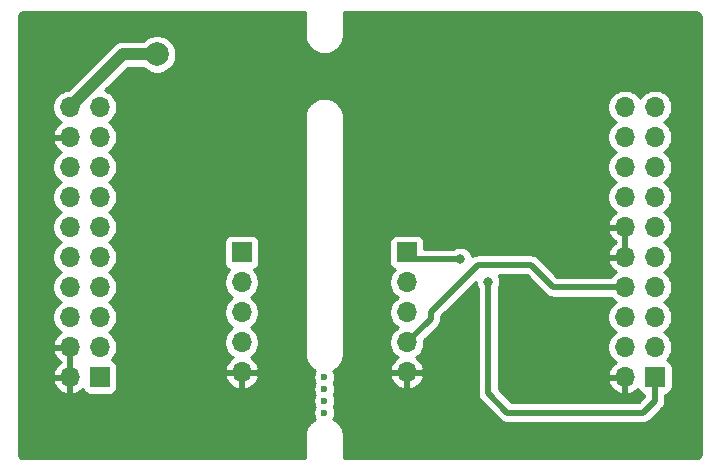
<source format=gbr>
%TF.GenerationSoftware,KiCad,Pcbnew,(5.1.7)-1*%
%TF.CreationDate,2020-11-01T18:22:08+02:00*%
%TF.ProjectId,Piirilevy_dsp,50696972-696c-4657-9679-5f6473702e6b,rev?*%
%TF.SameCoordinates,Original*%
%TF.FileFunction,Copper,L2,Bot*%
%TF.FilePolarity,Positive*%
%FSLAX46Y46*%
G04 Gerber Fmt 4.6, Leading zero omitted, Abs format (unit mm)*
G04 Created by KiCad (PCBNEW (5.1.7)-1) date 2020-11-01 18:22:08*
%MOMM*%
%LPD*%
G01*
G04 APERTURE LIST*
%TA.AperFunction,ComponentPad*%
%ADD10C,2.000000*%
%TD*%
%TA.AperFunction,ComponentPad*%
%ADD11O,1.700000X1.700000*%
%TD*%
%TA.AperFunction,ComponentPad*%
%ADD12R,1.700000X1.700000*%
%TD*%
%TA.AperFunction,ViaPad*%
%ADD13C,0.600000*%
%TD*%
%TA.AperFunction,ViaPad*%
%ADD14C,0.800000*%
%TD*%
%TA.AperFunction,Conductor*%
%ADD15C,0.500000*%
%TD*%
%TA.AperFunction,Conductor*%
%ADD16C,1.000000*%
%TD*%
%TA.AperFunction,Conductor*%
%ADD17C,0.254000*%
%TD*%
%TA.AperFunction,Conductor*%
%ADD18C,0.100000*%
%TD*%
G04 APERTURE END LIST*
D10*
%TO.P,TP1,1*%
%TO.N,+3V3*%
X132842000Y-74676000D03*
%TD*%
D11*
%TO.P,J4,5*%
%TO.N,GND*%
X154000000Y-101600000D03*
%TO.P,J4,4*%
%TO.N,SCL*%
X154000000Y-99060000D03*
%TO.P,J4,3*%
%TO.N,SDA*%
X154000000Y-96520000D03*
%TO.P,J4,2*%
%TO.N,RESET*%
X154000000Y-93980000D03*
D12*
%TO.P,J4,1*%
%TO.N,WP*%
X154000000Y-91440000D03*
%TD*%
D11*
%TO.P,J3,5*%
%TO.N,GND*%
X140000000Y-101600000D03*
%TO.P,J3,4*%
%TO.N,SCL*%
X140000000Y-99060000D03*
%TO.P,J3,3*%
%TO.N,SDA*%
X140000000Y-96520000D03*
%TO.P,J3,2*%
%TO.N,RESET*%
X140000000Y-93980000D03*
D12*
%TO.P,J3,1*%
%TO.N,WP*%
X140000000Y-91440000D03*
%TD*%
D11*
%TO.P,J2,20*%
%TO.N,Net-(J2-Pad20)*%
X172460000Y-79140000D03*
%TO.P,J2,19*%
%TO.N,Net-(J2-Pad19)*%
X175000000Y-79140000D03*
%TO.P,J2,18*%
%TO.N,Net-(J2-Pad18)*%
X172460000Y-81680000D03*
%TO.P,J2,17*%
%TO.N,Net-(J2-Pad17)*%
X175000000Y-81680000D03*
%TO.P,J2,16*%
%TO.N,Net-(J2-Pad16)*%
X172460000Y-84220000D03*
%TO.P,J2,15*%
%TO.N,Net-(J2-Pad15)*%
X175000000Y-84220000D03*
%TO.P,J2,14*%
%TO.N,Net-(J2-Pad14)*%
X172460000Y-86760000D03*
%TO.P,J2,13*%
%TO.N,Net-(J2-Pad13)*%
X175000000Y-86760000D03*
%TO.P,J2,12*%
%TO.N,GND*%
X172460000Y-89300000D03*
%TO.P,J2,11*%
%TO.N,Net-(J2-Pad11)*%
X175000000Y-89300000D03*
%TO.P,J2,10*%
%TO.N,GND*%
X172460000Y-91840000D03*
%TO.P,J2,9*%
%TO.N,Net-(J2-Pad9)*%
X175000000Y-91840000D03*
%TO.P,J2,8*%
%TO.N,SCL*%
X172460000Y-94380000D03*
%TO.P,J2,7*%
%TO.N,SDA*%
X175000000Y-94380000D03*
%TO.P,J2,6*%
%TO.N,Net-(J2-Pad6)*%
X172460000Y-96920000D03*
%TO.P,J2,5*%
%TO.N,Net-(J2-Pad5)*%
X175000000Y-96920000D03*
%TO.P,J2,4*%
%TO.N,Net-(J2-Pad4)*%
X172460000Y-99460000D03*
%TO.P,J2,3*%
%TO.N,Net-(J2-Pad3)*%
X175000000Y-99460000D03*
%TO.P,J2,2*%
%TO.N,GND*%
X172460000Y-102000000D03*
D12*
%TO.P,J2,1*%
%TO.N,+3.3VA*%
X175000000Y-102000000D03*
%TD*%
D11*
%TO.P,J1,20*%
%TO.N,+3V3*%
X125460000Y-79140000D03*
%TO.P,J1,19*%
%TO.N,Net-(J1-Pad19)*%
X128000000Y-79140000D03*
%TO.P,J1,18*%
%TO.N,GND*%
X125460000Y-81680000D03*
%TO.P,J1,17*%
%TO.N,Net-(J1-Pad17)*%
X128000000Y-81680000D03*
%TO.P,J1,16*%
%TO.N,Net-(J1-Pad16)*%
X125460000Y-84220000D03*
%TO.P,J1,15*%
%TO.N,Net-(J1-Pad15)*%
X128000000Y-84220000D03*
%TO.P,J1,14*%
%TO.N,Net-(J1-Pad14)*%
X125460000Y-86760000D03*
%TO.P,J1,13*%
%TO.N,Net-(J1-Pad13)*%
X128000000Y-86760000D03*
%TO.P,J1,12*%
%TO.N,Net-(J1-Pad12)*%
X125460000Y-89300000D03*
%TO.P,J1,11*%
%TO.N,Net-(J1-Pad11)*%
X128000000Y-89300000D03*
%TO.P,J1,10*%
%TO.N,Net-(J1-Pad10)*%
X125460000Y-91840000D03*
%TO.P,J1,9*%
%TO.N,RESET*%
X128000000Y-91840000D03*
%TO.P,J1,8*%
%TO.N,WP*%
X125460000Y-94380000D03*
%TO.P,J1,7*%
%TO.N,SDA*%
X128000000Y-94380000D03*
%TO.P,J1,6*%
%TO.N,Net-(J1-Pad6)*%
X125460000Y-96920000D03*
%TO.P,J1,5*%
%TO.N,SCL*%
X128000000Y-96920000D03*
%TO.P,J1,4*%
%TO.N,GND*%
X125460000Y-99460000D03*
%TO.P,J1,3*%
%TO.N,Net-(J1-Pad3)*%
X128000000Y-99460000D03*
%TO.P,J1,2*%
%TO.N,GND*%
X125460000Y-102000000D03*
D12*
%TO.P,J1,1*%
%TO.N,Net-(J1-Pad1)*%
X128000000Y-102000000D03*
%TD*%
D13*
%TO.N,SDA*%
X147000000Y-104000000D03*
%TO.N,SCL*%
X147000000Y-105000000D03*
%TO.N,RESET*%
X147000000Y-103000000D03*
%TO.N,WP*%
X147000000Y-102000000D03*
%TO.N,GND*%
X147000000Y-75000000D03*
X147000000Y-77000000D03*
X147000000Y-76000000D03*
X147000000Y-78000000D03*
D14*
X167000000Y-89500000D03*
X170000000Y-95631000D03*
%TO.N,WP*%
X158500000Y-92000000D03*
%TO.N,+3.3VA*%
X160878692Y-93919226D03*
%TD*%
D15*
%TO.N,SCL*%
X156000000Y-97060000D02*
X154000000Y-99060000D01*
X156000000Y-96500000D02*
X156000000Y-97060000D01*
X160000000Y-92500000D02*
X156000000Y-96500000D01*
X164500000Y-92500000D02*
X160000000Y-92500000D01*
X166380000Y-94380000D02*
X164500000Y-92500000D01*
X172460000Y-94380000D02*
X166380000Y-94380000D01*
%TO.N,WP*%
X154060000Y-91500000D02*
X154000000Y-91440000D01*
X154560000Y-92000000D02*
X154000000Y-91440000D01*
X158500000Y-92000000D02*
X154560000Y-92000000D01*
D16*
%TO.N,+3V3*%
X129924000Y-74676000D02*
X132842000Y-74676000D01*
X125460000Y-79140000D02*
X129924000Y-74676000D01*
D15*
%TO.N,+3.3VA*%
X160878692Y-93919226D02*
X160878692Y-103378692D01*
X160878692Y-103378692D02*
X162500000Y-105000000D01*
X162500000Y-105000000D02*
X174000000Y-105000000D01*
X175000000Y-104000000D02*
X175000000Y-102000000D01*
X174000000Y-105000000D02*
X175000000Y-104000000D01*
%TD*%
D17*
%TO.N,GND*%
X145340001Y-73032419D02*
X145343247Y-73065377D01*
X145343247Y-73078367D01*
X145344210Y-73087532D01*
X145365965Y-73281481D01*
X145378397Y-73339966D01*
X145390022Y-73398676D01*
X145392747Y-73407479D01*
X145451760Y-73593509D01*
X145475338Y-73648519D01*
X145498120Y-73703794D01*
X145502503Y-73711900D01*
X145596525Y-73882925D01*
X145630308Y-73932264D01*
X145663423Y-73982106D01*
X145669297Y-73989206D01*
X145794747Y-74138712D01*
X145837477Y-74180557D01*
X145879638Y-74223013D01*
X145886780Y-74228837D01*
X146038879Y-74351128D01*
X146088941Y-74383887D01*
X146138523Y-74417331D01*
X146146660Y-74421657D01*
X146146663Y-74421659D01*
X146146667Y-74421660D01*
X146319615Y-74512077D01*
X146375053Y-74534475D01*
X146430228Y-74557669D01*
X146439050Y-74560332D01*
X146626275Y-74615435D01*
X146684983Y-74626633D01*
X146743628Y-74638672D01*
X146752799Y-74639570D01*
X146947161Y-74657259D01*
X147006943Y-74656842D01*
X147066801Y-74657260D01*
X147075972Y-74656360D01*
X147270069Y-74635959D01*
X147328658Y-74623932D01*
X147387423Y-74612723D01*
X147396245Y-74610059D01*
X147582683Y-74552347D01*
X147637838Y-74529162D01*
X147693291Y-74506758D01*
X147701427Y-74502432D01*
X147873104Y-74409607D01*
X147922699Y-74376154D01*
X147972753Y-74343400D01*
X147979894Y-74337576D01*
X148130272Y-74213172D01*
X148172411Y-74170737D01*
X148215161Y-74128874D01*
X148221034Y-74121773D01*
X148344384Y-73970531D01*
X148377477Y-73920723D01*
X148411284Y-73871349D01*
X148415667Y-73863243D01*
X148507292Y-73690920D01*
X148530090Y-73635608D01*
X148553652Y-73580634D01*
X148556377Y-73571831D01*
X148612786Y-73384994D01*
X148624405Y-73326314D01*
X148636842Y-73267804D01*
X148637805Y-73258639D01*
X148656850Y-73064406D01*
X148656850Y-73064402D01*
X148660000Y-73032419D01*
X148660000Y-71127000D01*
X178491672Y-71127000D01*
X178596257Y-71140769D01*
X178685955Y-71177923D01*
X178762976Y-71237024D01*
X178822077Y-71314045D01*
X178859231Y-71403743D01*
X178873000Y-71508328D01*
X178873000Y-108491672D01*
X178859231Y-108596257D01*
X178822077Y-108685955D01*
X178762976Y-108762976D01*
X178685955Y-108822077D01*
X178596257Y-108859231D01*
X178491672Y-108873000D01*
X148660000Y-108873000D01*
X148660000Y-106967581D01*
X148656753Y-106934613D01*
X148656753Y-106921633D01*
X148655790Y-106912468D01*
X148634035Y-106718518D01*
X148621600Y-106660019D01*
X148609978Y-106601325D01*
X148607253Y-106592522D01*
X148548240Y-106406491D01*
X148524674Y-106351509D01*
X148501880Y-106296206D01*
X148497497Y-106288100D01*
X148403475Y-106117075D01*
X148369702Y-106067752D01*
X148336577Y-106017894D01*
X148330703Y-106010794D01*
X148205253Y-105861288D01*
X148162523Y-105819443D01*
X148120362Y-105776987D01*
X148113220Y-105771163D01*
X147961120Y-105648872D01*
X147911061Y-105616114D01*
X147861477Y-105582669D01*
X147853340Y-105578343D01*
X147853337Y-105578341D01*
X147853333Y-105578340D01*
X147767918Y-105533685D01*
X147828586Y-105442889D01*
X147899068Y-105272729D01*
X147935000Y-105092089D01*
X147935000Y-104907911D01*
X147899068Y-104727271D01*
X147828586Y-104557111D01*
X147790426Y-104500000D01*
X147828586Y-104442889D01*
X147899068Y-104272729D01*
X147935000Y-104092089D01*
X147935000Y-103907911D01*
X147899068Y-103727271D01*
X147828586Y-103557111D01*
X147790426Y-103500000D01*
X147828586Y-103442889D01*
X147899068Y-103272729D01*
X147935000Y-103092089D01*
X147935000Y-102907911D01*
X147899068Y-102727271D01*
X147828586Y-102557111D01*
X147790426Y-102500000D01*
X147828586Y-102442889D01*
X147899068Y-102272729D01*
X147935000Y-102092089D01*
X147935000Y-101956890D01*
X152558524Y-101956890D01*
X152603175Y-102104099D01*
X152728359Y-102366920D01*
X152902412Y-102600269D01*
X153118645Y-102795178D01*
X153368748Y-102944157D01*
X153643109Y-103041481D01*
X153873000Y-102920814D01*
X153873000Y-101727000D01*
X154127000Y-101727000D01*
X154127000Y-102920814D01*
X154356891Y-103041481D01*
X154631252Y-102944157D01*
X154881355Y-102795178D01*
X155097588Y-102600269D01*
X155271641Y-102366920D01*
X155396825Y-102104099D01*
X155441476Y-101956890D01*
X155320155Y-101727000D01*
X154127000Y-101727000D01*
X153873000Y-101727000D01*
X152679845Y-101727000D01*
X152558524Y-101956890D01*
X147935000Y-101956890D01*
X147935000Y-101907911D01*
X147899068Y-101727271D01*
X147828586Y-101557111D01*
X147767999Y-101466437D01*
X147873104Y-101409607D01*
X147922699Y-101376154D01*
X147972753Y-101343400D01*
X147979894Y-101337576D01*
X148130272Y-101213172D01*
X148172411Y-101170737D01*
X148215161Y-101128874D01*
X148221034Y-101121773D01*
X148344384Y-100970531D01*
X148377477Y-100920723D01*
X148411284Y-100871349D01*
X148415667Y-100863243D01*
X148507292Y-100690920D01*
X148530090Y-100635608D01*
X148553652Y-100580634D01*
X148556377Y-100571831D01*
X148612786Y-100384994D01*
X148624405Y-100326314D01*
X148636842Y-100267804D01*
X148637805Y-100258639D01*
X148656850Y-100064406D01*
X148656850Y-100064402D01*
X148660000Y-100032419D01*
X148660000Y-90590000D01*
X152511928Y-90590000D01*
X152511928Y-92290000D01*
X152524188Y-92414482D01*
X152560498Y-92534180D01*
X152619463Y-92644494D01*
X152698815Y-92741185D01*
X152795506Y-92820537D01*
X152905820Y-92879502D01*
X152978380Y-92901513D01*
X152846525Y-93033368D01*
X152684010Y-93276589D01*
X152572068Y-93546842D01*
X152515000Y-93833740D01*
X152515000Y-94126260D01*
X152572068Y-94413158D01*
X152684010Y-94683411D01*
X152846525Y-94926632D01*
X153053368Y-95133475D01*
X153227760Y-95250000D01*
X153053368Y-95366525D01*
X152846525Y-95573368D01*
X152684010Y-95816589D01*
X152572068Y-96086842D01*
X152515000Y-96373740D01*
X152515000Y-96666260D01*
X152572068Y-96953158D01*
X152684010Y-97223411D01*
X152846525Y-97466632D01*
X153053368Y-97673475D01*
X153227760Y-97790000D01*
X153053368Y-97906525D01*
X152846525Y-98113368D01*
X152684010Y-98356589D01*
X152572068Y-98626842D01*
X152515000Y-98913740D01*
X152515000Y-99206260D01*
X152572068Y-99493158D01*
X152684010Y-99763411D01*
X152846525Y-100006632D01*
X153053368Y-100213475D01*
X153235534Y-100335195D01*
X153118645Y-100404822D01*
X152902412Y-100599731D01*
X152728359Y-100833080D01*
X152603175Y-101095901D01*
X152558524Y-101243110D01*
X152679845Y-101473000D01*
X153873000Y-101473000D01*
X153873000Y-101453000D01*
X154127000Y-101453000D01*
X154127000Y-101473000D01*
X155320155Y-101473000D01*
X155441476Y-101243110D01*
X155396825Y-101095901D01*
X155271641Y-100833080D01*
X155097588Y-100599731D01*
X154881355Y-100404822D01*
X154764466Y-100335195D01*
X154946632Y-100213475D01*
X155153475Y-100006632D01*
X155315990Y-99763411D01*
X155427932Y-99493158D01*
X155485000Y-99206260D01*
X155485000Y-98913740D01*
X155470539Y-98841040D01*
X156595049Y-97716530D01*
X156628817Y-97688817D01*
X156739411Y-97554059D01*
X156821589Y-97400313D01*
X156872195Y-97233490D01*
X156885000Y-97103477D01*
X156885000Y-97103467D01*
X156889281Y-97060001D01*
X156885000Y-97016535D01*
X156885000Y-96866578D01*
X159843692Y-93907887D01*
X159843692Y-94021165D01*
X159883466Y-94221124D01*
X159961487Y-94409482D01*
X159993692Y-94457680D01*
X159993693Y-103335213D01*
X159989411Y-103378692D01*
X160006497Y-103552182D01*
X160057104Y-103719005D01*
X160139282Y-103872751D01*
X160222160Y-103973738D01*
X160222163Y-103973741D01*
X160249876Y-104007509D01*
X160283643Y-104035221D01*
X161843470Y-105595049D01*
X161871183Y-105628817D01*
X161904951Y-105656530D01*
X161904953Y-105656532D01*
X161963960Y-105704958D01*
X162005941Y-105739411D01*
X162159687Y-105821589D01*
X162326510Y-105872195D01*
X162456523Y-105885000D01*
X162456531Y-105885000D01*
X162500000Y-105889281D01*
X162543469Y-105885000D01*
X173956531Y-105885000D01*
X174000000Y-105889281D01*
X174043469Y-105885000D01*
X174043477Y-105885000D01*
X174173490Y-105872195D01*
X174340313Y-105821589D01*
X174494059Y-105739411D01*
X174628817Y-105628817D01*
X174656534Y-105595044D01*
X175595050Y-104656529D01*
X175628817Y-104628817D01*
X175739411Y-104494059D01*
X175805089Y-104371183D01*
X175821589Y-104340314D01*
X175872195Y-104173490D01*
X175872399Y-104171414D01*
X175885000Y-104043477D01*
X175885000Y-104043469D01*
X175889281Y-104000000D01*
X175885000Y-103956531D01*
X175885000Y-103484625D01*
X175974482Y-103475812D01*
X176094180Y-103439502D01*
X176204494Y-103380537D01*
X176301185Y-103301185D01*
X176380537Y-103204494D01*
X176439502Y-103094180D01*
X176475812Y-102974482D01*
X176488072Y-102850000D01*
X176488072Y-101150000D01*
X176475812Y-101025518D01*
X176439502Y-100905820D01*
X176380537Y-100795506D01*
X176301185Y-100698815D01*
X176204494Y-100619463D01*
X176094180Y-100560498D01*
X176021620Y-100538487D01*
X176153475Y-100406632D01*
X176315990Y-100163411D01*
X176427932Y-99893158D01*
X176485000Y-99606260D01*
X176485000Y-99313740D01*
X176427932Y-99026842D01*
X176315990Y-98756589D01*
X176153475Y-98513368D01*
X175946632Y-98306525D01*
X175772240Y-98190000D01*
X175946632Y-98073475D01*
X176153475Y-97866632D01*
X176315990Y-97623411D01*
X176427932Y-97353158D01*
X176485000Y-97066260D01*
X176485000Y-96773740D01*
X176427932Y-96486842D01*
X176315990Y-96216589D01*
X176153475Y-95973368D01*
X175946632Y-95766525D01*
X175772240Y-95650000D01*
X175946632Y-95533475D01*
X176153475Y-95326632D01*
X176315990Y-95083411D01*
X176427932Y-94813158D01*
X176485000Y-94526260D01*
X176485000Y-94233740D01*
X176427932Y-93946842D01*
X176315990Y-93676589D01*
X176153475Y-93433368D01*
X175946632Y-93226525D01*
X175772240Y-93110000D01*
X175946632Y-92993475D01*
X176153475Y-92786632D01*
X176315990Y-92543411D01*
X176427932Y-92273158D01*
X176485000Y-91986260D01*
X176485000Y-91693740D01*
X176427932Y-91406842D01*
X176315990Y-91136589D01*
X176153475Y-90893368D01*
X175946632Y-90686525D01*
X175772240Y-90570000D01*
X175946632Y-90453475D01*
X176153475Y-90246632D01*
X176315990Y-90003411D01*
X176427932Y-89733158D01*
X176485000Y-89446260D01*
X176485000Y-89153740D01*
X176427932Y-88866842D01*
X176315990Y-88596589D01*
X176153475Y-88353368D01*
X175946632Y-88146525D01*
X175772240Y-88030000D01*
X175946632Y-87913475D01*
X176153475Y-87706632D01*
X176315990Y-87463411D01*
X176427932Y-87193158D01*
X176485000Y-86906260D01*
X176485000Y-86613740D01*
X176427932Y-86326842D01*
X176315990Y-86056589D01*
X176153475Y-85813368D01*
X175946632Y-85606525D01*
X175772240Y-85490000D01*
X175946632Y-85373475D01*
X176153475Y-85166632D01*
X176315990Y-84923411D01*
X176427932Y-84653158D01*
X176485000Y-84366260D01*
X176485000Y-84073740D01*
X176427932Y-83786842D01*
X176315990Y-83516589D01*
X176153475Y-83273368D01*
X175946632Y-83066525D01*
X175772240Y-82950000D01*
X175946632Y-82833475D01*
X176153475Y-82626632D01*
X176315990Y-82383411D01*
X176427932Y-82113158D01*
X176485000Y-81826260D01*
X176485000Y-81533740D01*
X176427932Y-81246842D01*
X176315990Y-80976589D01*
X176153475Y-80733368D01*
X175946632Y-80526525D01*
X175772240Y-80410000D01*
X175946632Y-80293475D01*
X176153475Y-80086632D01*
X176315990Y-79843411D01*
X176427932Y-79573158D01*
X176485000Y-79286260D01*
X176485000Y-78993740D01*
X176427932Y-78706842D01*
X176315990Y-78436589D01*
X176153475Y-78193368D01*
X175946632Y-77986525D01*
X175703411Y-77824010D01*
X175433158Y-77712068D01*
X175146260Y-77655000D01*
X174853740Y-77655000D01*
X174566842Y-77712068D01*
X174296589Y-77824010D01*
X174053368Y-77986525D01*
X173846525Y-78193368D01*
X173730000Y-78367760D01*
X173613475Y-78193368D01*
X173406632Y-77986525D01*
X173163411Y-77824010D01*
X172893158Y-77712068D01*
X172606260Y-77655000D01*
X172313740Y-77655000D01*
X172026842Y-77712068D01*
X171756589Y-77824010D01*
X171513368Y-77986525D01*
X171306525Y-78193368D01*
X171144010Y-78436589D01*
X171032068Y-78706842D01*
X170975000Y-78993740D01*
X170975000Y-79286260D01*
X171032068Y-79573158D01*
X171144010Y-79843411D01*
X171306525Y-80086632D01*
X171513368Y-80293475D01*
X171687760Y-80410000D01*
X171513368Y-80526525D01*
X171306525Y-80733368D01*
X171144010Y-80976589D01*
X171032068Y-81246842D01*
X170975000Y-81533740D01*
X170975000Y-81826260D01*
X171032068Y-82113158D01*
X171144010Y-82383411D01*
X171306525Y-82626632D01*
X171513368Y-82833475D01*
X171687760Y-82950000D01*
X171513368Y-83066525D01*
X171306525Y-83273368D01*
X171144010Y-83516589D01*
X171032068Y-83786842D01*
X170975000Y-84073740D01*
X170975000Y-84366260D01*
X171032068Y-84653158D01*
X171144010Y-84923411D01*
X171306525Y-85166632D01*
X171513368Y-85373475D01*
X171687760Y-85490000D01*
X171513368Y-85606525D01*
X171306525Y-85813368D01*
X171144010Y-86056589D01*
X171032068Y-86326842D01*
X170975000Y-86613740D01*
X170975000Y-86906260D01*
X171032068Y-87193158D01*
X171144010Y-87463411D01*
X171306525Y-87706632D01*
X171513368Y-87913475D01*
X171695534Y-88035195D01*
X171578645Y-88104822D01*
X171362412Y-88299731D01*
X171188359Y-88533080D01*
X171063175Y-88795901D01*
X171018524Y-88943110D01*
X171139845Y-89173000D01*
X172333000Y-89173000D01*
X172333000Y-89153000D01*
X172587000Y-89153000D01*
X172587000Y-89173000D01*
X172607000Y-89173000D01*
X172607000Y-89427000D01*
X172587000Y-89427000D01*
X172587000Y-91713000D01*
X172607000Y-91713000D01*
X172607000Y-91967000D01*
X172587000Y-91967000D01*
X172587000Y-91987000D01*
X172333000Y-91987000D01*
X172333000Y-91967000D01*
X171139845Y-91967000D01*
X171018524Y-92196890D01*
X171063175Y-92344099D01*
X171188359Y-92606920D01*
X171362412Y-92840269D01*
X171578645Y-93035178D01*
X171695534Y-93104805D01*
X171513368Y-93226525D01*
X171306525Y-93433368D01*
X171265344Y-93495000D01*
X166746579Y-93495000D01*
X165156534Y-91904956D01*
X165128817Y-91871183D01*
X164994059Y-91760589D01*
X164840313Y-91678411D01*
X164673490Y-91627805D01*
X164543477Y-91615000D01*
X164543469Y-91615000D01*
X164500000Y-91610719D01*
X164456531Y-91615000D01*
X160043465Y-91615000D01*
X159999999Y-91610719D01*
X159956533Y-91615000D01*
X159956523Y-91615000D01*
X159826510Y-91627805D01*
X159659687Y-91678411D01*
X159507491Y-91759761D01*
X159495226Y-91698102D01*
X159417205Y-91509744D01*
X159303937Y-91340226D01*
X159159774Y-91196063D01*
X158990256Y-91082795D01*
X158801898Y-91004774D01*
X158601939Y-90965000D01*
X158398061Y-90965000D01*
X158198102Y-91004774D01*
X158009744Y-91082795D01*
X157961546Y-91115000D01*
X155488072Y-91115000D01*
X155488072Y-90590000D01*
X155475812Y-90465518D01*
X155439502Y-90345820D01*
X155380537Y-90235506D01*
X155301185Y-90138815D01*
X155204494Y-90059463D01*
X155094180Y-90000498D01*
X154974482Y-89964188D01*
X154850000Y-89951928D01*
X153150000Y-89951928D01*
X153025518Y-89964188D01*
X152905820Y-90000498D01*
X152795506Y-90059463D01*
X152698815Y-90138815D01*
X152619463Y-90235506D01*
X152560498Y-90345820D01*
X152524188Y-90465518D01*
X152511928Y-90590000D01*
X148660000Y-90590000D01*
X148660000Y-89656890D01*
X171018524Y-89656890D01*
X171063175Y-89804099D01*
X171188359Y-90066920D01*
X171362412Y-90300269D01*
X171578645Y-90495178D01*
X171704255Y-90570000D01*
X171578645Y-90644822D01*
X171362412Y-90839731D01*
X171188359Y-91073080D01*
X171063175Y-91335901D01*
X171018524Y-91483110D01*
X171139845Y-91713000D01*
X172333000Y-91713000D01*
X172333000Y-89427000D01*
X171139845Y-89427000D01*
X171018524Y-89656890D01*
X148660000Y-89656890D01*
X148660000Y-79967581D01*
X148656753Y-79934613D01*
X148656753Y-79921633D01*
X148655790Y-79912468D01*
X148634035Y-79718518D01*
X148621600Y-79660019D01*
X148609978Y-79601325D01*
X148607253Y-79592522D01*
X148548240Y-79406491D01*
X148524674Y-79351509D01*
X148501880Y-79296206D01*
X148497497Y-79288100D01*
X148403475Y-79117075D01*
X148369702Y-79067752D01*
X148336577Y-79017894D01*
X148330703Y-79010794D01*
X148205253Y-78861288D01*
X148162523Y-78819443D01*
X148120362Y-78776987D01*
X148113220Y-78771163D01*
X147961120Y-78648872D01*
X147911061Y-78616114D01*
X147861477Y-78582669D01*
X147853340Y-78578343D01*
X147853337Y-78578341D01*
X147853333Y-78578340D01*
X147680384Y-78487923D01*
X147624972Y-78465535D01*
X147569772Y-78442331D01*
X147560950Y-78439668D01*
X147373724Y-78384565D01*
X147314986Y-78373360D01*
X147256372Y-78361328D01*
X147247200Y-78360429D01*
X147052839Y-78342741D01*
X146993057Y-78343158D01*
X146933199Y-78342740D01*
X146924028Y-78343640D01*
X146729931Y-78364041D01*
X146671348Y-78376066D01*
X146612577Y-78387277D01*
X146603755Y-78389941D01*
X146417317Y-78447653D01*
X146362162Y-78470838D01*
X146306709Y-78493242D01*
X146298573Y-78497568D01*
X146126896Y-78590393D01*
X146077278Y-78623861D01*
X146027247Y-78656600D01*
X146020106Y-78662424D01*
X145869728Y-78786828D01*
X145827589Y-78829263D01*
X145784839Y-78871126D01*
X145778966Y-78878227D01*
X145655616Y-79029469D01*
X145622534Y-79079262D01*
X145588716Y-79128651D01*
X145584333Y-79136757D01*
X145492708Y-79309079D01*
X145469909Y-79364394D01*
X145446348Y-79419366D01*
X145443623Y-79428169D01*
X145387214Y-79615005D01*
X145375594Y-79673693D01*
X145363158Y-79732196D01*
X145362195Y-79741361D01*
X145343150Y-79935595D01*
X145340000Y-79967582D01*
X145340001Y-100032419D01*
X145343247Y-100065377D01*
X145343247Y-100078367D01*
X145344210Y-100087532D01*
X145365965Y-100281481D01*
X145378397Y-100339966D01*
X145390022Y-100398676D01*
X145392747Y-100407479D01*
X145451760Y-100593509D01*
X145475338Y-100648519D01*
X145498120Y-100703794D01*
X145502503Y-100711900D01*
X145596525Y-100882925D01*
X145630308Y-100932264D01*
X145663423Y-100982106D01*
X145669297Y-100989206D01*
X145794747Y-101138712D01*
X145837477Y-101180557D01*
X145879638Y-101223013D01*
X145886780Y-101228837D01*
X146038879Y-101351128D01*
X146088941Y-101383887D01*
X146138523Y-101417331D01*
X146146660Y-101421657D01*
X146146663Y-101421659D01*
X146146667Y-101421660D01*
X146232082Y-101466315D01*
X146171414Y-101557111D01*
X146100932Y-101727271D01*
X146065000Y-101907911D01*
X146065000Y-102092089D01*
X146100932Y-102272729D01*
X146171414Y-102442889D01*
X146209574Y-102500000D01*
X146171414Y-102557111D01*
X146100932Y-102727271D01*
X146065000Y-102907911D01*
X146065000Y-103092089D01*
X146100932Y-103272729D01*
X146171414Y-103442889D01*
X146209574Y-103500000D01*
X146171414Y-103557111D01*
X146100932Y-103727271D01*
X146065000Y-103907911D01*
X146065000Y-104092089D01*
X146100932Y-104272729D01*
X146171414Y-104442889D01*
X146209574Y-104500000D01*
X146171414Y-104557111D01*
X146100932Y-104727271D01*
X146065000Y-104907911D01*
X146065000Y-105092089D01*
X146100932Y-105272729D01*
X146171414Y-105442889D01*
X146232001Y-105533563D01*
X146126896Y-105590393D01*
X146077278Y-105623861D01*
X146027247Y-105656600D01*
X146020106Y-105662424D01*
X145869728Y-105786828D01*
X145827589Y-105829263D01*
X145784839Y-105871126D01*
X145778966Y-105878227D01*
X145655616Y-106029469D01*
X145622534Y-106079262D01*
X145588716Y-106128651D01*
X145584333Y-106136757D01*
X145492708Y-106309079D01*
X145469909Y-106364394D01*
X145446348Y-106419366D01*
X145443623Y-106428169D01*
X145387214Y-106615005D01*
X145375594Y-106673693D01*
X145363158Y-106732196D01*
X145362195Y-106741361D01*
X145343150Y-106935595D01*
X145343150Y-106935608D01*
X145340001Y-106967581D01*
X145340000Y-108873000D01*
X121508328Y-108873000D01*
X121403743Y-108859231D01*
X121314045Y-108822077D01*
X121237024Y-108762976D01*
X121177923Y-108685955D01*
X121140769Y-108596257D01*
X121127000Y-108491672D01*
X121127000Y-102356890D01*
X124018524Y-102356890D01*
X124063175Y-102504099D01*
X124188359Y-102766920D01*
X124362412Y-103000269D01*
X124578645Y-103195178D01*
X124828748Y-103344157D01*
X125103109Y-103441481D01*
X125333000Y-103320814D01*
X125333000Y-102127000D01*
X124139845Y-102127000D01*
X124018524Y-102356890D01*
X121127000Y-102356890D01*
X121127000Y-99816890D01*
X124018524Y-99816890D01*
X124063175Y-99964099D01*
X124188359Y-100226920D01*
X124362412Y-100460269D01*
X124578645Y-100655178D01*
X124704255Y-100730000D01*
X124578645Y-100804822D01*
X124362412Y-100999731D01*
X124188359Y-101233080D01*
X124063175Y-101495901D01*
X124018524Y-101643110D01*
X124139845Y-101873000D01*
X125333000Y-101873000D01*
X125333000Y-99587000D01*
X124139845Y-99587000D01*
X124018524Y-99816890D01*
X121127000Y-99816890D01*
X121127000Y-78993740D01*
X123975000Y-78993740D01*
X123975000Y-79286260D01*
X124032068Y-79573158D01*
X124144010Y-79843411D01*
X124306525Y-80086632D01*
X124513368Y-80293475D01*
X124695534Y-80415195D01*
X124578645Y-80484822D01*
X124362412Y-80679731D01*
X124188359Y-80913080D01*
X124063175Y-81175901D01*
X124018524Y-81323110D01*
X124139845Y-81553000D01*
X125333000Y-81553000D01*
X125333000Y-81533000D01*
X125587000Y-81533000D01*
X125587000Y-81553000D01*
X125607000Y-81553000D01*
X125607000Y-81807000D01*
X125587000Y-81807000D01*
X125587000Y-81827000D01*
X125333000Y-81827000D01*
X125333000Y-81807000D01*
X124139845Y-81807000D01*
X124018524Y-82036890D01*
X124063175Y-82184099D01*
X124188359Y-82446920D01*
X124362412Y-82680269D01*
X124578645Y-82875178D01*
X124695534Y-82944805D01*
X124513368Y-83066525D01*
X124306525Y-83273368D01*
X124144010Y-83516589D01*
X124032068Y-83786842D01*
X123975000Y-84073740D01*
X123975000Y-84366260D01*
X124032068Y-84653158D01*
X124144010Y-84923411D01*
X124306525Y-85166632D01*
X124513368Y-85373475D01*
X124687760Y-85490000D01*
X124513368Y-85606525D01*
X124306525Y-85813368D01*
X124144010Y-86056589D01*
X124032068Y-86326842D01*
X123975000Y-86613740D01*
X123975000Y-86906260D01*
X124032068Y-87193158D01*
X124144010Y-87463411D01*
X124306525Y-87706632D01*
X124513368Y-87913475D01*
X124687760Y-88030000D01*
X124513368Y-88146525D01*
X124306525Y-88353368D01*
X124144010Y-88596589D01*
X124032068Y-88866842D01*
X123975000Y-89153740D01*
X123975000Y-89446260D01*
X124032068Y-89733158D01*
X124144010Y-90003411D01*
X124306525Y-90246632D01*
X124513368Y-90453475D01*
X124687760Y-90570000D01*
X124513368Y-90686525D01*
X124306525Y-90893368D01*
X124144010Y-91136589D01*
X124032068Y-91406842D01*
X123975000Y-91693740D01*
X123975000Y-91986260D01*
X124032068Y-92273158D01*
X124144010Y-92543411D01*
X124306525Y-92786632D01*
X124513368Y-92993475D01*
X124687760Y-93110000D01*
X124513368Y-93226525D01*
X124306525Y-93433368D01*
X124144010Y-93676589D01*
X124032068Y-93946842D01*
X123975000Y-94233740D01*
X123975000Y-94526260D01*
X124032068Y-94813158D01*
X124144010Y-95083411D01*
X124306525Y-95326632D01*
X124513368Y-95533475D01*
X124687760Y-95650000D01*
X124513368Y-95766525D01*
X124306525Y-95973368D01*
X124144010Y-96216589D01*
X124032068Y-96486842D01*
X123975000Y-96773740D01*
X123975000Y-97066260D01*
X124032068Y-97353158D01*
X124144010Y-97623411D01*
X124306525Y-97866632D01*
X124513368Y-98073475D01*
X124695534Y-98195195D01*
X124578645Y-98264822D01*
X124362412Y-98459731D01*
X124188359Y-98693080D01*
X124063175Y-98955901D01*
X124018524Y-99103110D01*
X124139845Y-99333000D01*
X125333000Y-99333000D01*
X125333000Y-99313000D01*
X125587000Y-99313000D01*
X125587000Y-99333000D01*
X125607000Y-99333000D01*
X125607000Y-99587000D01*
X125587000Y-99587000D01*
X125587000Y-101873000D01*
X125607000Y-101873000D01*
X125607000Y-102127000D01*
X125587000Y-102127000D01*
X125587000Y-103320814D01*
X125816891Y-103441481D01*
X126091252Y-103344157D01*
X126341355Y-103195178D01*
X126537502Y-103018374D01*
X126560498Y-103094180D01*
X126619463Y-103204494D01*
X126698815Y-103301185D01*
X126795506Y-103380537D01*
X126905820Y-103439502D01*
X127025518Y-103475812D01*
X127150000Y-103488072D01*
X128850000Y-103488072D01*
X128974482Y-103475812D01*
X129094180Y-103439502D01*
X129204494Y-103380537D01*
X129301185Y-103301185D01*
X129380537Y-103204494D01*
X129439502Y-103094180D01*
X129475812Y-102974482D01*
X129488072Y-102850000D01*
X129488072Y-101956890D01*
X138558524Y-101956890D01*
X138603175Y-102104099D01*
X138728359Y-102366920D01*
X138902412Y-102600269D01*
X139118645Y-102795178D01*
X139368748Y-102944157D01*
X139643109Y-103041481D01*
X139873000Y-102920814D01*
X139873000Y-101727000D01*
X140127000Y-101727000D01*
X140127000Y-102920814D01*
X140356891Y-103041481D01*
X140631252Y-102944157D01*
X140881355Y-102795178D01*
X141097588Y-102600269D01*
X141271641Y-102366920D01*
X141396825Y-102104099D01*
X141441476Y-101956890D01*
X141320155Y-101727000D01*
X140127000Y-101727000D01*
X139873000Y-101727000D01*
X138679845Y-101727000D01*
X138558524Y-101956890D01*
X129488072Y-101956890D01*
X129488072Y-101150000D01*
X129475812Y-101025518D01*
X129439502Y-100905820D01*
X129380537Y-100795506D01*
X129301185Y-100698815D01*
X129204494Y-100619463D01*
X129094180Y-100560498D01*
X129021620Y-100538487D01*
X129153475Y-100406632D01*
X129315990Y-100163411D01*
X129427932Y-99893158D01*
X129485000Y-99606260D01*
X129485000Y-99313740D01*
X129427932Y-99026842D01*
X129315990Y-98756589D01*
X129153475Y-98513368D01*
X128946632Y-98306525D01*
X128772240Y-98190000D01*
X128946632Y-98073475D01*
X129153475Y-97866632D01*
X129315990Y-97623411D01*
X129427932Y-97353158D01*
X129485000Y-97066260D01*
X129485000Y-96773740D01*
X129427932Y-96486842D01*
X129315990Y-96216589D01*
X129153475Y-95973368D01*
X128946632Y-95766525D01*
X128772240Y-95650000D01*
X128946632Y-95533475D01*
X129153475Y-95326632D01*
X129315990Y-95083411D01*
X129427932Y-94813158D01*
X129485000Y-94526260D01*
X129485000Y-94233740D01*
X129427932Y-93946842D01*
X129315990Y-93676589D01*
X129153475Y-93433368D01*
X128946632Y-93226525D01*
X128772240Y-93110000D01*
X128946632Y-92993475D01*
X129153475Y-92786632D01*
X129315990Y-92543411D01*
X129427932Y-92273158D01*
X129485000Y-91986260D01*
X129485000Y-91693740D01*
X129427932Y-91406842D01*
X129315990Y-91136589D01*
X129153475Y-90893368D01*
X128946632Y-90686525D01*
X128802173Y-90590000D01*
X138511928Y-90590000D01*
X138511928Y-92290000D01*
X138524188Y-92414482D01*
X138560498Y-92534180D01*
X138619463Y-92644494D01*
X138698815Y-92741185D01*
X138795506Y-92820537D01*
X138905820Y-92879502D01*
X138978380Y-92901513D01*
X138846525Y-93033368D01*
X138684010Y-93276589D01*
X138572068Y-93546842D01*
X138515000Y-93833740D01*
X138515000Y-94126260D01*
X138572068Y-94413158D01*
X138684010Y-94683411D01*
X138846525Y-94926632D01*
X139053368Y-95133475D01*
X139227760Y-95250000D01*
X139053368Y-95366525D01*
X138846525Y-95573368D01*
X138684010Y-95816589D01*
X138572068Y-96086842D01*
X138515000Y-96373740D01*
X138515000Y-96666260D01*
X138572068Y-96953158D01*
X138684010Y-97223411D01*
X138846525Y-97466632D01*
X139053368Y-97673475D01*
X139227760Y-97790000D01*
X139053368Y-97906525D01*
X138846525Y-98113368D01*
X138684010Y-98356589D01*
X138572068Y-98626842D01*
X138515000Y-98913740D01*
X138515000Y-99206260D01*
X138572068Y-99493158D01*
X138684010Y-99763411D01*
X138846525Y-100006632D01*
X139053368Y-100213475D01*
X139235534Y-100335195D01*
X139118645Y-100404822D01*
X138902412Y-100599731D01*
X138728359Y-100833080D01*
X138603175Y-101095901D01*
X138558524Y-101243110D01*
X138679845Y-101473000D01*
X139873000Y-101473000D01*
X139873000Y-101453000D01*
X140127000Y-101453000D01*
X140127000Y-101473000D01*
X141320155Y-101473000D01*
X141441476Y-101243110D01*
X141396825Y-101095901D01*
X141271641Y-100833080D01*
X141097588Y-100599731D01*
X140881355Y-100404822D01*
X140764466Y-100335195D01*
X140946632Y-100213475D01*
X141153475Y-100006632D01*
X141315990Y-99763411D01*
X141427932Y-99493158D01*
X141485000Y-99206260D01*
X141485000Y-98913740D01*
X141427932Y-98626842D01*
X141315990Y-98356589D01*
X141153475Y-98113368D01*
X140946632Y-97906525D01*
X140772240Y-97790000D01*
X140946632Y-97673475D01*
X141153475Y-97466632D01*
X141315990Y-97223411D01*
X141427932Y-96953158D01*
X141485000Y-96666260D01*
X141485000Y-96373740D01*
X141427932Y-96086842D01*
X141315990Y-95816589D01*
X141153475Y-95573368D01*
X140946632Y-95366525D01*
X140772240Y-95250000D01*
X140946632Y-95133475D01*
X141153475Y-94926632D01*
X141315990Y-94683411D01*
X141427932Y-94413158D01*
X141485000Y-94126260D01*
X141485000Y-93833740D01*
X141427932Y-93546842D01*
X141315990Y-93276589D01*
X141153475Y-93033368D01*
X141021620Y-92901513D01*
X141094180Y-92879502D01*
X141204494Y-92820537D01*
X141301185Y-92741185D01*
X141380537Y-92644494D01*
X141439502Y-92534180D01*
X141475812Y-92414482D01*
X141488072Y-92290000D01*
X141488072Y-90590000D01*
X141475812Y-90465518D01*
X141439502Y-90345820D01*
X141380537Y-90235506D01*
X141301185Y-90138815D01*
X141204494Y-90059463D01*
X141094180Y-90000498D01*
X140974482Y-89964188D01*
X140850000Y-89951928D01*
X139150000Y-89951928D01*
X139025518Y-89964188D01*
X138905820Y-90000498D01*
X138795506Y-90059463D01*
X138698815Y-90138815D01*
X138619463Y-90235506D01*
X138560498Y-90345820D01*
X138524188Y-90465518D01*
X138511928Y-90590000D01*
X128802173Y-90590000D01*
X128772240Y-90570000D01*
X128946632Y-90453475D01*
X129153475Y-90246632D01*
X129315990Y-90003411D01*
X129427932Y-89733158D01*
X129485000Y-89446260D01*
X129485000Y-89153740D01*
X129427932Y-88866842D01*
X129315990Y-88596589D01*
X129153475Y-88353368D01*
X128946632Y-88146525D01*
X128772240Y-88030000D01*
X128946632Y-87913475D01*
X129153475Y-87706632D01*
X129315990Y-87463411D01*
X129427932Y-87193158D01*
X129485000Y-86906260D01*
X129485000Y-86613740D01*
X129427932Y-86326842D01*
X129315990Y-86056589D01*
X129153475Y-85813368D01*
X128946632Y-85606525D01*
X128772240Y-85490000D01*
X128946632Y-85373475D01*
X129153475Y-85166632D01*
X129315990Y-84923411D01*
X129427932Y-84653158D01*
X129485000Y-84366260D01*
X129485000Y-84073740D01*
X129427932Y-83786842D01*
X129315990Y-83516589D01*
X129153475Y-83273368D01*
X128946632Y-83066525D01*
X128772240Y-82950000D01*
X128946632Y-82833475D01*
X129153475Y-82626632D01*
X129315990Y-82383411D01*
X129427932Y-82113158D01*
X129485000Y-81826260D01*
X129485000Y-81533740D01*
X129427932Y-81246842D01*
X129315990Y-80976589D01*
X129153475Y-80733368D01*
X128946632Y-80526525D01*
X128772240Y-80410000D01*
X128946632Y-80293475D01*
X129153475Y-80086632D01*
X129315990Y-79843411D01*
X129427932Y-79573158D01*
X129485000Y-79286260D01*
X129485000Y-78993740D01*
X129427932Y-78706842D01*
X129315990Y-78436589D01*
X129153475Y-78193368D01*
X128946632Y-77986525D01*
X128703411Y-77824010D01*
X128475518Y-77729614D01*
X130394132Y-75811000D01*
X131664761Y-75811000D01*
X131799748Y-75945987D01*
X132067537Y-76124918D01*
X132365088Y-76248168D01*
X132680967Y-76311000D01*
X133003033Y-76311000D01*
X133318912Y-76248168D01*
X133616463Y-76124918D01*
X133884252Y-75945987D01*
X134111987Y-75718252D01*
X134290918Y-75450463D01*
X134414168Y-75152912D01*
X134477000Y-74837033D01*
X134477000Y-74514967D01*
X134414168Y-74199088D01*
X134290918Y-73901537D01*
X134111987Y-73633748D01*
X133884252Y-73406013D01*
X133616463Y-73227082D01*
X133318912Y-73103832D01*
X133003033Y-73041000D01*
X132680967Y-73041000D01*
X132365088Y-73103832D01*
X132067537Y-73227082D01*
X131799748Y-73406013D01*
X131664761Y-73541000D01*
X129979741Y-73541000D01*
X129923999Y-73535510D01*
X129868257Y-73541000D01*
X129868248Y-73541000D01*
X129701501Y-73557423D01*
X129487553Y-73622324D01*
X129290377Y-73727716D01*
X129117551Y-73869551D01*
X129082009Y-73912859D01*
X125339869Y-77655000D01*
X125313740Y-77655000D01*
X125026842Y-77712068D01*
X124756589Y-77824010D01*
X124513368Y-77986525D01*
X124306525Y-78193368D01*
X124144010Y-78436589D01*
X124032068Y-78706842D01*
X123975000Y-78993740D01*
X121127000Y-78993740D01*
X121127000Y-71508328D01*
X121140769Y-71403743D01*
X121177923Y-71314045D01*
X121237024Y-71237024D01*
X121314045Y-71177923D01*
X121403743Y-71140769D01*
X121508328Y-71127000D01*
X145340000Y-71127000D01*
X145340001Y-73032419D01*
%TA.AperFunction,Conductor*%
D18*
G36*
X145340001Y-73032419D02*
G01*
X145343247Y-73065377D01*
X145343247Y-73078367D01*
X145344210Y-73087532D01*
X145365965Y-73281481D01*
X145378397Y-73339966D01*
X145390022Y-73398676D01*
X145392747Y-73407479D01*
X145451760Y-73593509D01*
X145475338Y-73648519D01*
X145498120Y-73703794D01*
X145502503Y-73711900D01*
X145596525Y-73882925D01*
X145630308Y-73932264D01*
X145663423Y-73982106D01*
X145669297Y-73989206D01*
X145794747Y-74138712D01*
X145837477Y-74180557D01*
X145879638Y-74223013D01*
X145886780Y-74228837D01*
X146038879Y-74351128D01*
X146088941Y-74383887D01*
X146138523Y-74417331D01*
X146146660Y-74421657D01*
X146146663Y-74421659D01*
X146146667Y-74421660D01*
X146319615Y-74512077D01*
X146375053Y-74534475D01*
X146430228Y-74557669D01*
X146439050Y-74560332D01*
X146626275Y-74615435D01*
X146684983Y-74626633D01*
X146743628Y-74638672D01*
X146752799Y-74639570D01*
X146947161Y-74657259D01*
X147006943Y-74656842D01*
X147066801Y-74657260D01*
X147075972Y-74656360D01*
X147270069Y-74635959D01*
X147328658Y-74623932D01*
X147387423Y-74612723D01*
X147396245Y-74610059D01*
X147582683Y-74552347D01*
X147637838Y-74529162D01*
X147693291Y-74506758D01*
X147701427Y-74502432D01*
X147873104Y-74409607D01*
X147922699Y-74376154D01*
X147972753Y-74343400D01*
X147979894Y-74337576D01*
X148130272Y-74213172D01*
X148172411Y-74170737D01*
X148215161Y-74128874D01*
X148221034Y-74121773D01*
X148344384Y-73970531D01*
X148377477Y-73920723D01*
X148411284Y-73871349D01*
X148415667Y-73863243D01*
X148507292Y-73690920D01*
X148530090Y-73635608D01*
X148553652Y-73580634D01*
X148556377Y-73571831D01*
X148612786Y-73384994D01*
X148624405Y-73326314D01*
X148636842Y-73267804D01*
X148637805Y-73258639D01*
X148656850Y-73064406D01*
X148656850Y-73064402D01*
X148660000Y-73032419D01*
X148660000Y-71127000D01*
X178491672Y-71127000D01*
X178596257Y-71140769D01*
X178685955Y-71177923D01*
X178762976Y-71237024D01*
X178822077Y-71314045D01*
X178859231Y-71403743D01*
X178873000Y-71508328D01*
X178873000Y-108491672D01*
X178859231Y-108596257D01*
X178822077Y-108685955D01*
X178762976Y-108762976D01*
X178685955Y-108822077D01*
X178596257Y-108859231D01*
X178491672Y-108873000D01*
X148660000Y-108873000D01*
X148660000Y-106967581D01*
X148656753Y-106934613D01*
X148656753Y-106921633D01*
X148655790Y-106912468D01*
X148634035Y-106718518D01*
X148621600Y-106660019D01*
X148609978Y-106601325D01*
X148607253Y-106592522D01*
X148548240Y-106406491D01*
X148524674Y-106351509D01*
X148501880Y-106296206D01*
X148497497Y-106288100D01*
X148403475Y-106117075D01*
X148369702Y-106067752D01*
X148336577Y-106017894D01*
X148330703Y-106010794D01*
X148205253Y-105861288D01*
X148162523Y-105819443D01*
X148120362Y-105776987D01*
X148113220Y-105771163D01*
X147961120Y-105648872D01*
X147911061Y-105616114D01*
X147861477Y-105582669D01*
X147853340Y-105578343D01*
X147853337Y-105578341D01*
X147853333Y-105578340D01*
X147767918Y-105533685D01*
X147828586Y-105442889D01*
X147899068Y-105272729D01*
X147935000Y-105092089D01*
X147935000Y-104907911D01*
X147899068Y-104727271D01*
X147828586Y-104557111D01*
X147790426Y-104500000D01*
X147828586Y-104442889D01*
X147899068Y-104272729D01*
X147935000Y-104092089D01*
X147935000Y-103907911D01*
X147899068Y-103727271D01*
X147828586Y-103557111D01*
X147790426Y-103500000D01*
X147828586Y-103442889D01*
X147899068Y-103272729D01*
X147935000Y-103092089D01*
X147935000Y-102907911D01*
X147899068Y-102727271D01*
X147828586Y-102557111D01*
X147790426Y-102500000D01*
X147828586Y-102442889D01*
X147899068Y-102272729D01*
X147935000Y-102092089D01*
X147935000Y-101956890D01*
X152558524Y-101956890D01*
X152603175Y-102104099D01*
X152728359Y-102366920D01*
X152902412Y-102600269D01*
X153118645Y-102795178D01*
X153368748Y-102944157D01*
X153643109Y-103041481D01*
X153873000Y-102920814D01*
X153873000Y-101727000D01*
X154127000Y-101727000D01*
X154127000Y-102920814D01*
X154356891Y-103041481D01*
X154631252Y-102944157D01*
X154881355Y-102795178D01*
X155097588Y-102600269D01*
X155271641Y-102366920D01*
X155396825Y-102104099D01*
X155441476Y-101956890D01*
X155320155Y-101727000D01*
X154127000Y-101727000D01*
X153873000Y-101727000D01*
X152679845Y-101727000D01*
X152558524Y-101956890D01*
X147935000Y-101956890D01*
X147935000Y-101907911D01*
X147899068Y-101727271D01*
X147828586Y-101557111D01*
X147767999Y-101466437D01*
X147873104Y-101409607D01*
X147922699Y-101376154D01*
X147972753Y-101343400D01*
X147979894Y-101337576D01*
X148130272Y-101213172D01*
X148172411Y-101170737D01*
X148215161Y-101128874D01*
X148221034Y-101121773D01*
X148344384Y-100970531D01*
X148377477Y-100920723D01*
X148411284Y-100871349D01*
X148415667Y-100863243D01*
X148507292Y-100690920D01*
X148530090Y-100635608D01*
X148553652Y-100580634D01*
X148556377Y-100571831D01*
X148612786Y-100384994D01*
X148624405Y-100326314D01*
X148636842Y-100267804D01*
X148637805Y-100258639D01*
X148656850Y-100064406D01*
X148656850Y-100064402D01*
X148660000Y-100032419D01*
X148660000Y-90590000D01*
X152511928Y-90590000D01*
X152511928Y-92290000D01*
X152524188Y-92414482D01*
X152560498Y-92534180D01*
X152619463Y-92644494D01*
X152698815Y-92741185D01*
X152795506Y-92820537D01*
X152905820Y-92879502D01*
X152978380Y-92901513D01*
X152846525Y-93033368D01*
X152684010Y-93276589D01*
X152572068Y-93546842D01*
X152515000Y-93833740D01*
X152515000Y-94126260D01*
X152572068Y-94413158D01*
X152684010Y-94683411D01*
X152846525Y-94926632D01*
X153053368Y-95133475D01*
X153227760Y-95250000D01*
X153053368Y-95366525D01*
X152846525Y-95573368D01*
X152684010Y-95816589D01*
X152572068Y-96086842D01*
X152515000Y-96373740D01*
X152515000Y-96666260D01*
X152572068Y-96953158D01*
X152684010Y-97223411D01*
X152846525Y-97466632D01*
X153053368Y-97673475D01*
X153227760Y-97790000D01*
X153053368Y-97906525D01*
X152846525Y-98113368D01*
X152684010Y-98356589D01*
X152572068Y-98626842D01*
X152515000Y-98913740D01*
X152515000Y-99206260D01*
X152572068Y-99493158D01*
X152684010Y-99763411D01*
X152846525Y-100006632D01*
X153053368Y-100213475D01*
X153235534Y-100335195D01*
X153118645Y-100404822D01*
X152902412Y-100599731D01*
X152728359Y-100833080D01*
X152603175Y-101095901D01*
X152558524Y-101243110D01*
X152679845Y-101473000D01*
X153873000Y-101473000D01*
X153873000Y-101453000D01*
X154127000Y-101453000D01*
X154127000Y-101473000D01*
X155320155Y-101473000D01*
X155441476Y-101243110D01*
X155396825Y-101095901D01*
X155271641Y-100833080D01*
X155097588Y-100599731D01*
X154881355Y-100404822D01*
X154764466Y-100335195D01*
X154946632Y-100213475D01*
X155153475Y-100006632D01*
X155315990Y-99763411D01*
X155427932Y-99493158D01*
X155485000Y-99206260D01*
X155485000Y-98913740D01*
X155470539Y-98841040D01*
X156595049Y-97716530D01*
X156628817Y-97688817D01*
X156739411Y-97554059D01*
X156821589Y-97400313D01*
X156872195Y-97233490D01*
X156885000Y-97103477D01*
X156885000Y-97103467D01*
X156889281Y-97060001D01*
X156885000Y-97016535D01*
X156885000Y-96866578D01*
X159843692Y-93907887D01*
X159843692Y-94021165D01*
X159883466Y-94221124D01*
X159961487Y-94409482D01*
X159993692Y-94457680D01*
X159993693Y-103335213D01*
X159989411Y-103378692D01*
X160006497Y-103552182D01*
X160057104Y-103719005D01*
X160139282Y-103872751D01*
X160222160Y-103973738D01*
X160222163Y-103973741D01*
X160249876Y-104007509D01*
X160283643Y-104035221D01*
X161843470Y-105595049D01*
X161871183Y-105628817D01*
X161904951Y-105656530D01*
X161904953Y-105656532D01*
X161963960Y-105704958D01*
X162005941Y-105739411D01*
X162159687Y-105821589D01*
X162326510Y-105872195D01*
X162456523Y-105885000D01*
X162456531Y-105885000D01*
X162500000Y-105889281D01*
X162543469Y-105885000D01*
X173956531Y-105885000D01*
X174000000Y-105889281D01*
X174043469Y-105885000D01*
X174043477Y-105885000D01*
X174173490Y-105872195D01*
X174340313Y-105821589D01*
X174494059Y-105739411D01*
X174628817Y-105628817D01*
X174656534Y-105595044D01*
X175595050Y-104656529D01*
X175628817Y-104628817D01*
X175739411Y-104494059D01*
X175805089Y-104371183D01*
X175821589Y-104340314D01*
X175872195Y-104173490D01*
X175872399Y-104171414D01*
X175885000Y-104043477D01*
X175885000Y-104043469D01*
X175889281Y-104000000D01*
X175885000Y-103956531D01*
X175885000Y-103484625D01*
X175974482Y-103475812D01*
X176094180Y-103439502D01*
X176204494Y-103380537D01*
X176301185Y-103301185D01*
X176380537Y-103204494D01*
X176439502Y-103094180D01*
X176475812Y-102974482D01*
X176488072Y-102850000D01*
X176488072Y-101150000D01*
X176475812Y-101025518D01*
X176439502Y-100905820D01*
X176380537Y-100795506D01*
X176301185Y-100698815D01*
X176204494Y-100619463D01*
X176094180Y-100560498D01*
X176021620Y-100538487D01*
X176153475Y-100406632D01*
X176315990Y-100163411D01*
X176427932Y-99893158D01*
X176485000Y-99606260D01*
X176485000Y-99313740D01*
X176427932Y-99026842D01*
X176315990Y-98756589D01*
X176153475Y-98513368D01*
X175946632Y-98306525D01*
X175772240Y-98190000D01*
X175946632Y-98073475D01*
X176153475Y-97866632D01*
X176315990Y-97623411D01*
X176427932Y-97353158D01*
X176485000Y-97066260D01*
X176485000Y-96773740D01*
X176427932Y-96486842D01*
X176315990Y-96216589D01*
X176153475Y-95973368D01*
X175946632Y-95766525D01*
X175772240Y-95650000D01*
X175946632Y-95533475D01*
X176153475Y-95326632D01*
X176315990Y-95083411D01*
X176427932Y-94813158D01*
X176485000Y-94526260D01*
X176485000Y-94233740D01*
X176427932Y-93946842D01*
X176315990Y-93676589D01*
X176153475Y-93433368D01*
X175946632Y-93226525D01*
X175772240Y-93110000D01*
X175946632Y-92993475D01*
X176153475Y-92786632D01*
X176315990Y-92543411D01*
X176427932Y-92273158D01*
X176485000Y-91986260D01*
X176485000Y-91693740D01*
X176427932Y-91406842D01*
X176315990Y-91136589D01*
X176153475Y-90893368D01*
X175946632Y-90686525D01*
X175772240Y-90570000D01*
X175946632Y-90453475D01*
X176153475Y-90246632D01*
X176315990Y-90003411D01*
X176427932Y-89733158D01*
X176485000Y-89446260D01*
X176485000Y-89153740D01*
X176427932Y-88866842D01*
X176315990Y-88596589D01*
X176153475Y-88353368D01*
X175946632Y-88146525D01*
X175772240Y-88030000D01*
X175946632Y-87913475D01*
X176153475Y-87706632D01*
X176315990Y-87463411D01*
X176427932Y-87193158D01*
X176485000Y-86906260D01*
X176485000Y-86613740D01*
X176427932Y-86326842D01*
X176315990Y-86056589D01*
X176153475Y-85813368D01*
X175946632Y-85606525D01*
X175772240Y-85490000D01*
X175946632Y-85373475D01*
X176153475Y-85166632D01*
X176315990Y-84923411D01*
X176427932Y-84653158D01*
X176485000Y-84366260D01*
X176485000Y-84073740D01*
X176427932Y-83786842D01*
X176315990Y-83516589D01*
X176153475Y-83273368D01*
X175946632Y-83066525D01*
X175772240Y-82950000D01*
X175946632Y-82833475D01*
X176153475Y-82626632D01*
X176315990Y-82383411D01*
X176427932Y-82113158D01*
X176485000Y-81826260D01*
X176485000Y-81533740D01*
X176427932Y-81246842D01*
X176315990Y-80976589D01*
X176153475Y-80733368D01*
X175946632Y-80526525D01*
X175772240Y-80410000D01*
X175946632Y-80293475D01*
X176153475Y-80086632D01*
X176315990Y-79843411D01*
X176427932Y-79573158D01*
X176485000Y-79286260D01*
X176485000Y-78993740D01*
X176427932Y-78706842D01*
X176315990Y-78436589D01*
X176153475Y-78193368D01*
X175946632Y-77986525D01*
X175703411Y-77824010D01*
X175433158Y-77712068D01*
X175146260Y-77655000D01*
X174853740Y-77655000D01*
X174566842Y-77712068D01*
X174296589Y-77824010D01*
X174053368Y-77986525D01*
X173846525Y-78193368D01*
X173730000Y-78367760D01*
X173613475Y-78193368D01*
X173406632Y-77986525D01*
X173163411Y-77824010D01*
X172893158Y-77712068D01*
X172606260Y-77655000D01*
X172313740Y-77655000D01*
X172026842Y-77712068D01*
X171756589Y-77824010D01*
X171513368Y-77986525D01*
X171306525Y-78193368D01*
X171144010Y-78436589D01*
X171032068Y-78706842D01*
X170975000Y-78993740D01*
X170975000Y-79286260D01*
X171032068Y-79573158D01*
X171144010Y-79843411D01*
X171306525Y-80086632D01*
X171513368Y-80293475D01*
X171687760Y-80410000D01*
X171513368Y-80526525D01*
X171306525Y-80733368D01*
X171144010Y-80976589D01*
X171032068Y-81246842D01*
X170975000Y-81533740D01*
X170975000Y-81826260D01*
X171032068Y-82113158D01*
X171144010Y-82383411D01*
X171306525Y-82626632D01*
X171513368Y-82833475D01*
X171687760Y-82950000D01*
X171513368Y-83066525D01*
X171306525Y-83273368D01*
X171144010Y-83516589D01*
X171032068Y-83786842D01*
X170975000Y-84073740D01*
X170975000Y-84366260D01*
X171032068Y-84653158D01*
X171144010Y-84923411D01*
X171306525Y-85166632D01*
X171513368Y-85373475D01*
X171687760Y-85490000D01*
X171513368Y-85606525D01*
X171306525Y-85813368D01*
X171144010Y-86056589D01*
X171032068Y-86326842D01*
X170975000Y-86613740D01*
X170975000Y-86906260D01*
X171032068Y-87193158D01*
X171144010Y-87463411D01*
X171306525Y-87706632D01*
X171513368Y-87913475D01*
X171695534Y-88035195D01*
X171578645Y-88104822D01*
X171362412Y-88299731D01*
X171188359Y-88533080D01*
X171063175Y-88795901D01*
X171018524Y-88943110D01*
X171139845Y-89173000D01*
X172333000Y-89173000D01*
X172333000Y-89153000D01*
X172587000Y-89153000D01*
X172587000Y-89173000D01*
X172607000Y-89173000D01*
X172607000Y-89427000D01*
X172587000Y-89427000D01*
X172587000Y-91713000D01*
X172607000Y-91713000D01*
X172607000Y-91967000D01*
X172587000Y-91967000D01*
X172587000Y-91987000D01*
X172333000Y-91987000D01*
X172333000Y-91967000D01*
X171139845Y-91967000D01*
X171018524Y-92196890D01*
X171063175Y-92344099D01*
X171188359Y-92606920D01*
X171362412Y-92840269D01*
X171578645Y-93035178D01*
X171695534Y-93104805D01*
X171513368Y-93226525D01*
X171306525Y-93433368D01*
X171265344Y-93495000D01*
X166746579Y-93495000D01*
X165156534Y-91904956D01*
X165128817Y-91871183D01*
X164994059Y-91760589D01*
X164840313Y-91678411D01*
X164673490Y-91627805D01*
X164543477Y-91615000D01*
X164543469Y-91615000D01*
X164500000Y-91610719D01*
X164456531Y-91615000D01*
X160043465Y-91615000D01*
X159999999Y-91610719D01*
X159956533Y-91615000D01*
X159956523Y-91615000D01*
X159826510Y-91627805D01*
X159659687Y-91678411D01*
X159507491Y-91759761D01*
X159495226Y-91698102D01*
X159417205Y-91509744D01*
X159303937Y-91340226D01*
X159159774Y-91196063D01*
X158990256Y-91082795D01*
X158801898Y-91004774D01*
X158601939Y-90965000D01*
X158398061Y-90965000D01*
X158198102Y-91004774D01*
X158009744Y-91082795D01*
X157961546Y-91115000D01*
X155488072Y-91115000D01*
X155488072Y-90590000D01*
X155475812Y-90465518D01*
X155439502Y-90345820D01*
X155380537Y-90235506D01*
X155301185Y-90138815D01*
X155204494Y-90059463D01*
X155094180Y-90000498D01*
X154974482Y-89964188D01*
X154850000Y-89951928D01*
X153150000Y-89951928D01*
X153025518Y-89964188D01*
X152905820Y-90000498D01*
X152795506Y-90059463D01*
X152698815Y-90138815D01*
X152619463Y-90235506D01*
X152560498Y-90345820D01*
X152524188Y-90465518D01*
X152511928Y-90590000D01*
X148660000Y-90590000D01*
X148660000Y-89656890D01*
X171018524Y-89656890D01*
X171063175Y-89804099D01*
X171188359Y-90066920D01*
X171362412Y-90300269D01*
X171578645Y-90495178D01*
X171704255Y-90570000D01*
X171578645Y-90644822D01*
X171362412Y-90839731D01*
X171188359Y-91073080D01*
X171063175Y-91335901D01*
X171018524Y-91483110D01*
X171139845Y-91713000D01*
X172333000Y-91713000D01*
X172333000Y-89427000D01*
X171139845Y-89427000D01*
X171018524Y-89656890D01*
X148660000Y-89656890D01*
X148660000Y-79967581D01*
X148656753Y-79934613D01*
X148656753Y-79921633D01*
X148655790Y-79912468D01*
X148634035Y-79718518D01*
X148621600Y-79660019D01*
X148609978Y-79601325D01*
X148607253Y-79592522D01*
X148548240Y-79406491D01*
X148524674Y-79351509D01*
X148501880Y-79296206D01*
X148497497Y-79288100D01*
X148403475Y-79117075D01*
X148369702Y-79067752D01*
X148336577Y-79017894D01*
X148330703Y-79010794D01*
X148205253Y-78861288D01*
X148162523Y-78819443D01*
X148120362Y-78776987D01*
X148113220Y-78771163D01*
X147961120Y-78648872D01*
X147911061Y-78616114D01*
X147861477Y-78582669D01*
X147853340Y-78578343D01*
X147853337Y-78578341D01*
X147853333Y-78578340D01*
X147680384Y-78487923D01*
X147624972Y-78465535D01*
X147569772Y-78442331D01*
X147560950Y-78439668D01*
X147373724Y-78384565D01*
X147314986Y-78373360D01*
X147256372Y-78361328D01*
X147247200Y-78360429D01*
X147052839Y-78342741D01*
X146993057Y-78343158D01*
X146933199Y-78342740D01*
X146924028Y-78343640D01*
X146729931Y-78364041D01*
X146671348Y-78376066D01*
X146612577Y-78387277D01*
X146603755Y-78389941D01*
X146417317Y-78447653D01*
X146362162Y-78470838D01*
X146306709Y-78493242D01*
X146298573Y-78497568D01*
X146126896Y-78590393D01*
X146077278Y-78623861D01*
X146027247Y-78656600D01*
X146020106Y-78662424D01*
X145869728Y-78786828D01*
X145827589Y-78829263D01*
X145784839Y-78871126D01*
X145778966Y-78878227D01*
X145655616Y-79029469D01*
X145622534Y-79079262D01*
X145588716Y-79128651D01*
X145584333Y-79136757D01*
X145492708Y-79309079D01*
X145469909Y-79364394D01*
X145446348Y-79419366D01*
X145443623Y-79428169D01*
X145387214Y-79615005D01*
X145375594Y-79673693D01*
X145363158Y-79732196D01*
X145362195Y-79741361D01*
X145343150Y-79935595D01*
X145340000Y-79967582D01*
X145340001Y-100032419D01*
X145343247Y-100065377D01*
X145343247Y-100078367D01*
X145344210Y-100087532D01*
X145365965Y-100281481D01*
X145378397Y-100339966D01*
X145390022Y-100398676D01*
X145392747Y-100407479D01*
X145451760Y-100593509D01*
X145475338Y-100648519D01*
X145498120Y-100703794D01*
X145502503Y-100711900D01*
X145596525Y-100882925D01*
X145630308Y-100932264D01*
X145663423Y-100982106D01*
X145669297Y-100989206D01*
X145794747Y-101138712D01*
X145837477Y-101180557D01*
X145879638Y-101223013D01*
X145886780Y-101228837D01*
X146038879Y-101351128D01*
X146088941Y-101383887D01*
X146138523Y-101417331D01*
X146146660Y-101421657D01*
X146146663Y-101421659D01*
X146146667Y-101421660D01*
X146232082Y-101466315D01*
X146171414Y-101557111D01*
X146100932Y-101727271D01*
X146065000Y-101907911D01*
X146065000Y-102092089D01*
X146100932Y-102272729D01*
X146171414Y-102442889D01*
X146209574Y-102500000D01*
X146171414Y-102557111D01*
X146100932Y-102727271D01*
X146065000Y-102907911D01*
X146065000Y-103092089D01*
X146100932Y-103272729D01*
X146171414Y-103442889D01*
X146209574Y-103500000D01*
X146171414Y-103557111D01*
X146100932Y-103727271D01*
X146065000Y-103907911D01*
X146065000Y-104092089D01*
X146100932Y-104272729D01*
X146171414Y-104442889D01*
X146209574Y-104500000D01*
X146171414Y-104557111D01*
X146100932Y-104727271D01*
X146065000Y-104907911D01*
X146065000Y-105092089D01*
X146100932Y-105272729D01*
X146171414Y-105442889D01*
X146232001Y-105533563D01*
X146126896Y-105590393D01*
X146077278Y-105623861D01*
X146027247Y-105656600D01*
X146020106Y-105662424D01*
X145869728Y-105786828D01*
X145827589Y-105829263D01*
X145784839Y-105871126D01*
X145778966Y-105878227D01*
X145655616Y-106029469D01*
X145622534Y-106079262D01*
X145588716Y-106128651D01*
X145584333Y-106136757D01*
X145492708Y-106309079D01*
X145469909Y-106364394D01*
X145446348Y-106419366D01*
X145443623Y-106428169D01*
X145387214Y-106615005D01*
X145375594Y-106673693D01*
X145363158Y-106732196D01*
X145362195Y-106741361D01*
X145343150Y-106935595D01*
X145343150Y-106935608D01*
X145340001Y-106967581D01*
X145340000Y-108873000D01*
X121508328Y-108873000D01*
X121403743Y-108859231D01*
X121314045Y-108822077D01*
X121237024Y-108762976D01*
X121177923Y-108685955D01*
X121140769Y-108596257D01*
X121127000Y-108491672D01*
X121127000Y-102356890D01*
X124018524Y-102356890D01*
X124063175Y-102504099D01*
X124188359Y-102766920D01*
X124362412Y-103000269D01*
X124578645Y-103195178D01*
X124828748Y-103344157D01*
X125103109Y-103441481D01*
X125333000Y-103320814D01*
X125333000Y-102127000D01*
X124139845Y-102127000D01*
X124018524Y-102356890D01*
X121127000Y-102356890D01*
X121127000Y-99816890D01*
X124018524Y-99816890D01*
X124063175Y-99964099D01*
X124188359Y-100226920D01*
X124362412Y-100460269D01*
X124578645Y-100655178D01*
X124704255Y-100730000D01*
X124578645Y-100804822D01*
X124362412Y-100999731D01*
X124188359Y-101233080D01*
X124063175Y-101495901D01*
X124018524Y-101643110D01*
X124139845Y-101873000D01*
X125333000Y-101873000D01*
X125333000Y-99587000D01*
X124139845Y-99587000D01*
X124018524Y-99816890D01*
X121127000Y-99816890D01*
X121127000Y-78993740D01*
X123975000Y-78993740D01*
X123975000Y-79286260D01*
X124032068Y-79573158D01*
X124144010Y-79843411D01*
X124306525Y-80086632D01*
X124513368Y-80293475D01*
X124695534Y-80415195D01*
X124578645Y-80484822D01*
X124362412Y-80679731D01*
X124188359Y-80913080D01*
X124063175Y-81175901D01*
X124018524Y-81323110D01*
X124139845Y-81553000D01*
X125333000Y-81553000D01*
X125333000Y-81533000D01*
X125587000Y-81533000D01*
X125587000Y-81553000D01*
X125607000Y-81553000D01*
X125607000Y-81807000D01*
X125587000Y-81807000D01*
X125587000Y-81827000D01*
X125333000Y-81827000D01*
X125333000Y-81807000D01*
X124139845Y-81807000D01*
X124018524Y-82036890D01*
X124063175Y-82184099D01*
X124188359Y-82446920D01*
X124362412Y-82680269D01*
X124578645Y-82875178D01*
X124695534Y-82944805D01*
X124513368Y-83066525D01*
X124306525Y-83273368D01*
X124144010Y-83516589D01*
X124032068Y-83786842D01*
X123975000Y-84073740D01*
X123975000Y-84366260D01*
X124032068Y-84653158D01*
X124144010Y-84923411D01*
X124306525Y-85166632D01*
X124513368Y-85373475D01*
X124687760Y-85490000D01*
X124513368Y-85606525D01*
X124306525Y-85813368D01*
X124144010Y-86056589D01*
X124032068Y-86326842D01*
X123975000Y-86613740D01*
X123975000Y-86906260D01*
X124032068Y-87193158D01*
X124144010Y-87463411D01*
X124306525Y-87706632D01*
X124513368Y-87913475D01*
X124687760Y-88030000D01*
X124513368Y-88146525D01*
X124306525Y-88353368D01*
X124144010Y-88596589D01*
X124032068Y-88866842D01*
X123975000Y-89153740D01*
X123975000Y-89446260D01*
X124032068Y-89733158D01*
X124144010Y-90003411D01*
X124306525Y-90246632D01*
X124513368Y-90453475D01*
X124687760Y-90570000D01*
X124513368Y-90686525D01*
X124306525Y-90893368D01*
X124144010Y-91136589D01*
X124032068Y-91406842D01*
X123975000Y-91693740D01*
X123975000Y-91986260D01*
X124032068Y-92273158D01*
X124144010Y-92543411D01*
X124306525Y-92786632D01*
X124513368Y-92993475D01*
X124687760Y-93110000D01*
X124513368Y-93226525D01*
X124306525Y-93433368D01*
X124144010Y-93676589D01*
X124032068Y-93946842D01*
X123975000Y-94233740D01*
X123975000Y-94526260D01*
X124032068Y-94813158D01*
X124144010Y-95083411D01*
X124306525Y-95326632D01*
X124513368Y-95533475D01*
X124687760Y-95650000D01*
X124513368Y-95766525D01*
X124306525Y-95973368D01*
X124144010Y-96216589D01*
X124032068Y-96486842D01*
X123975000Y-96773740D01*
X123975000Y-97066260D01*
X124032068Y-97353158D01*
X124144010Y-97623411D01*
X124306525Y-97866632D01*
X124513368Y-98073475D01*
X124695534Y-98195195D01*
X124578645Y-98264822D01*
X124362412Y-98459731D01*
X124188359Y-98693080D01*
X124063175Y-98955901D01*
X124018524Y-99103110D01*
X124139845Y-99333000D01*
X125333000Y-99333000D01*
X125333000Y-99313000D01*
X125587000Y-99313000D01*
X125587000Y-99333000D01*
X125607000Y-99333000D01*
X125607000Y-99587000D01*
X125587000Y-99587000D01*
X125587000Y-101873000D01*
X125607000Y-101873000D01*
X125607000Y-102127000D01*
X125587000Y-102127000D01*
X125587000Y-103320814D01*
X125816891Y-103441481D01*
X126091252Y-103344157D01*
X126341355Y-103195178D01*
X126537502Y-103018374D01*
X126560498Y-103094180D01*
X126619463Y-103204494D01*
X126698815Y-103301185D01*
X126795506Y-103380537D01*
X126905820Y-103439502D01*
X127025518Y-103475812D01*
X127150000Y-103488072D01*
X128850000Y-103488072D01*
X128974482Y-103475812D01*
X129094180Y-103439502D01*
X129204494Y-103380537D01*
X129301185Y-103301185D01*
X129380537Y-103204494D01*
X129439502Y-103094180D01*
X129475812Y-102974482D01*
X129488072Y-102850000D01*
X129488072Y-101956890D01*
X138558524Y-101956890D01*
X138603175Y-102104099D01*
X138728359Y-102366920D01*
X138902412Y-102600269D01*
X139118645Y-102795178D01*
X139368748Y-102944157D01*
X139643109Y-103041481D01*
X139873000Y-102920814D01*
X139873000Y-101727000D01*
X140127000Y-101727000D01*
X140127000Y-102920814D01*
X140356891Y-103041481D01*
X140631252Y-102944157D01*
X140881355Y-102795178D01*
X141097588Y-102600269D01*
X141271641Y-102366920D01*
X141396825Y-102104099D01*
X141441476Y-101956890D01*
X141320155Y-101727000D01*
X140127000Y-101727000D01*
X139873000Y-101727000D01*
X138679845Y-101727000D01*
X138558524Y-101956890D01*
X129488072Y-101956890D01*
X129488072Y-101150000D01*
X129475812Y-101025518D01*
X129439502Y-100905820D01*
X129380537Y-100795506D01*
X129301185Y-100698815D01*
X129204494Y-100619463D01*
X129094180Y-100560498D01*
X129021620Y-100538487D01*
X129153475Y-100406632D01*
X129315990Y-100163411D01*
X129427932Y-99893158D01*
X129485000Y-99606260D01*
X129485000Y-99313740D01*
X129427932Y-99026842D01*
X129315990Y-98756589D01*
X129153475Y-98513368D01*
X128946632Y-98306525D01*
X128772240Y-98190000D01*
X128946632Y-98073475D01*
X129153475Y-97866632D01*
X129315990Y-97623411D01*
X129427932Y-97353158D01*
X129485000Y-97066260D01*
X129485000Y-96773740D01*
X129427932Y-96486842D01*
X129315990Y-96216589D01*
X129153475Y-95973368D01*
X128946632Y-95766525D01*
X128772240Y-95650000D01*
X128946632Y-95533475D01*
X129153475Y-95326632D01*
X129315990Y-95083411D01*
X129427932Y-94813158D01*
X129485000Y-94526260D01*
X129485000Y-94233740D01*
X129427932Y-93946842D01*
X129315990Y-93676589D01*
X129153475Y-93433368D01*
X128946632Y-93226525D01*
X128772240Y-93110000D01*
X128946632Y-92993475D01*
X129153475Y-92786632D01*
X129315990Y-92543411D01*
X129427932Y-92273158D01*
X129485000Y-91986260D01*
X129485000Y-91693740D01*
X129427932Y-91406842D01*
X129315990Y-91136589D01*
X129153475Y-90893368D01*
X128946632Y-90686525D01*
X128802173Y-90590000D01*
X138511928Y-90590000D01*
X138511928Y-92290000D01*
X138524188Y-92414482D01*
X138560498Y-92534180D01*
X138619463Y-92644494D01*
X138698815Y-92741185D01*
X138795506Y-92820537D01*
X138905820Y-92879502D01*
X138978380Y-92901513D01*
X138846525Y-93033368D01*
X138684010Y-93276589D01*
X138572068Y-93546842D01*
X138515000Y-93833740D01*
X138515000Y-94126260D01*
X138572068Y-94413158D01*
X138684010Y-94683411D01*
X138846525Y-94926632D01*
X139053368Y-95133475D01*
X139227760Y-95250000D01*
X139053368Y-95366525D01*
X138846525Y-95573368D01*
X138684010Y-95816589D01*
X138572068Y-96086842D01*
X138515000Y-96373740D01*
X138515000Y-96666260D01*
X138572068Y-96953158D01*
X138684010Y-97223411D01*
X138846525Y-97466632D01*
X139053368Y-97673475D01*
X139227760Y-97790000D01*
X139053368Y-97906525D01*
X138846525Y-98113368D01*
X138684010Y-98356589D01*
X138572068Y-98626842D01*
X138515000Y-98913740D01*
X138515000Y-99206260D01*
X138572068Y-99493158D01*
X138684010Y-99763411D01*
X138846525Y-100006632D01*
X139053368Y-100213475D01*
X139235534Y-100335195D01*
X139118645Y-100404822D01*
X138902412Y-100599731D01*
X138728359Y-100833080D01*
X138603175Y-101095901D01*
X138558524Y-101243110D01*
X138679845Y-101473000D01*
X139873000Y-101473000D01*
X139873000Y-101453000D01*
X140127000Y-101453000D01*
X140127000Y-101473000D01*
X141320155Y-101473000D01*
X141441476Y-101243110D01*
X141396825Y-101095901D01*
X141271641Y-100833080D01*
X141097588Y-100599731D01*
X140881355Y-100404822D01*
X140764466Y-100335195D01*
X140946632Y-100213475D01*
X141153475Y-100006632D01*
X141315990Y-99763411D01*
X141427932Y-99493158D01*
X141485000Y-99206260D01*
X141485000Y-98913740D01*
X141427932Y-98626842D01*
X141315990Y-98356589D01*
X141153475Y-98113368D01*
X140946632Y-97906525D01*
X140772240Y-97790000D01*
X140946632Y-97673475D01*
X141153475Y-97466632D01*
X141315990Y-97223411D01*
X141427932Y-96953158D01*
X141485000Y-96666260D01*
X141485000Y-96373740D01*
X141427932Y-96086842D01*
X141315990Y-95816589D01*
X141153475Y-95573368D01*
X140946632Y-95366525D01*
X140772240Y-95250000D01*
X140946632Y-95133475D01*
X141153475Y-94926632D01*
X141315990Y-94683411D01*
X141427932Y-94413158D01*
X141485000Y-94126260D01*
X141485000Y-93833740D01*
X141427932Y-93546842D01*
X141315990Y-93276589D01*
X141153475Y-93033368D01*
X141021620Y-92901513D01*
X141094180Y-92879502D01*
X141204494Y-92820537D01*
X141301185Y-92741185D01*
X141380537Y-92644494D01*
X141439502Y-92534180D01*
X141475812Y-92414482D01*
X141488072Y-92290000D01*
X141488072Y-90590000D01*
X141475812Y-90465518D01*
X141439502Y-90345820D01*
X141380537Y-90235506D01*
X141301185Y-90138815D01*
X141204494Y-90059463D01*
X141094180Y-90000498D01*
X140974482Y-89964188D01*
X140850000Y-89951928D01*
X139150000Y-89951928D01*
X139025518Y-89964188D01*
X138905820Y-90000498D01*
X138795506Y-90059463D01*
X138698815Y-90138815D01*
X138619463Y-90235506D01*
X138560498Y-90345820D01*
X138524188Y-90465518D01*
X138511928Y-90590000D01*
X128802173Y-90590000D01*
X128772240Y-90570000D01*
X128946632Y-90453475D01*
X129153475Y-90246632D01*
X129315990Y-90003411D01*
X129427932Y-89733158D01*
X129485000Y-89446260D01*
X129485000Y-89153740D01*
X129427932Y-88866842D01*
X129315990Y-88596589D01*
X129153475Y-88353368D01*
X128946632Y-88146525D01*
X128772240Y-88030000D01*
X128946632Y-87913475D01*
X129153475Y-87706632D01*
X129315990Y-87463411D01*
X129427932Y-87193158D01*
X129485000Y-86906260D01*
X129485000Y-86613740D01*
X129427932Y-86326842D01*
X129315990Y-86056589D01*
X129153475Y-85813368D01*
X128946632Y-85606525D01*
X128772240Y-85490000D01*
X128946632Y-85373475D01*
X129153475Y-85166632D01*
X129315990Y-84923411D01*
X129427932Y-84653158D01*
X129485000Y-84366260D01*
X129485000Y-84073740D01*
X129427932Y-83786842D01*
X129315990Y-83516589D01*
X129153475Y-83273368D01*
X128946632Y-83066525D01*
X128772240Y-82950000D01*
X128946632Y-82833475D01*
X129153475Y-82626632D01*
X129315990Y-82383411D01*
X129427932Y-82113158D01*
X129485000Y-81826260D01*
X129485000Y-81533740D01*
X129427932Y-81246842D01*
X129315990Y-80976589D01*
X129153475Y-80733368D01*
X128946632Y-80526525D01*
X128772240Y-80410000D01*
X128946632Y-80293475D01*
X129153475Y-80086632D01*
X129315990Y-79843411D01*
X129427932Y-79573158D01*
X129485000Y-79286260D01*
X129485000Y-78993740D01*
X129427932Y-78706842D01*
X129315990Y-78436589D01*
X129153475Y-78193368D01*
X128946632Y-77986525D01*
X128703411Y-77824010D01*
X128475518Y-77729614D01*
X130394132Y-75811000D01*
X131664761Y-75811000D01*
X131799748Y-75945987D01*
X132067537Y-76124918D01*
X132365088Y-76248168D01*
X132680967Y-76311000D01*
X133003033Y-76311000D01*
X133318912Y-76248168D01*
X133616463Y-76124918D01*
X133884252Y-75945987D01*
X134111987Y-75718252D01*
X134290918Y-75450463D01*
X134414168Y-75152912D01*
X134477000Y-74837033D01*
X134477000Y-74514967D01*
X134414168Y-74199088D01*
X134290918Y-73901537D01*
X134111987Y-73633748D01*
X133884252Y-73406013D01*
X133616463Y-73227082D01*
X133318912Y-73103832D01*
X133003033Y-73041000D01*
X132680967Y-73041000D01*
X132365088Y-73103832D01*
X132067537Y-73227082D01*
X131799748Y-73406013D01*
X131664761Y-73541000D01*
X129979741Y-73541000D01*
X129923999Y-73535510D01*
X129868257Y-73541000D01*
X129868248Y-73541000D01*
X129701501Y-73557423D01*
X129487553Y-73622324D01*
X129290377Y-73727716D01*
X129117551Y-73869551D01*
X129082009Y-73912859D01*
X125339869Y-77655000D01*
X125313740Y-77655000D01*
X125026842Y-77712068D01*
X124756589Y-77824010D01*
X124513368Y-77986525D01*
X124306525Y-78193368D01*
X124144010Y-78436589D01*
X124032068Y-78706842D01*
X123975000Y-78993740D01*
X121127000Y-78993740D01*
X121127000Y-71508328D01*
X121140769Y-71403743D01*
X121177923Y-71314045D01*
X121237024Y-71237024D01*
X121314045Y-71177923D01*
X121403743Y-71140769D01*
X121508328Y-71127000D01*
X145340000Y-71127000D01*
X145340001Y-73032419D01*
G37*
%TD.AperFunction*%
D17*
X165723470Y-94975049D02*
X165751183Y-95008817D01*
X165784951Y-95036530D01*
X165784953Y-95036532D01*
X165842075Y-95083411D01*
X165885941Y-95119411D01*
X166039687Y-95201589D01*
X166206510Y-95252195D01*
X166336523Y-95265000D01*
X166336533Y-95265000D01*
X166379999Y-95269281D01*
X166423465Y-95265000D01*
X171265344Y-95265000D01*
X171306525Y-95326632D01*
X171513368Y-95533475D01*
X171687760Y-95650000D01*
X171513368Y-95766525D01*
X171306525Y-95973368D01*
X171144010Y-96216589D01*
X171032068Y-96486842D01*
X170975000Y-96773740D01*
X170975000Y-97066260D01*
X171032068Y-97353158D01*
X171144010Y-97623411D01*
X171306525Y-97866632D01*
X171513368Y-98073475D01*
X171687760Y-98190000D01*
X171513368Y-98306525D01*
X171306525Y-98513368D01*
X171144010Y-98756589D01*
X171032068Y-99026842D01*
X170975000Y-99313740D01*
X170975000Y-99606260D01*
X171032068Y-99893158D01*
X171144010Y-100163411D01*
X171306525Y-100406632D01*
X171513368Y-100613475D01*
X171695534Y-100735195D01*
X171578645Y-100804822D01*
X171362412Y-100999731D01*
X171188359Y-101233080D01*
X171063175Y-101495901D01*
X171018524Y-101643110D01*
X171139845Y-101873000D01*
X172333000Y-101873000D01*
X172333000Y-101853000D01*
X172587000Y-101853000D01*
X172587000Y-101873000D01*
X172607000Y-101873000D01*
X172607000Y-102127000D01*
X172587000Y-102127000D01*
X172587000Y-103320814D01*
X172816891Y-103441481D01*
X173091252Y-103344157D01*
X173341355Y-103195178D01*
X173537502Y-103018374D01*
X173560498Y-103094180D01*
X173619463Y-103204494D01*
X173698815Y-103301185D01*
X173795506Y-103380537D01*
X173905820Y-103439502D01*
X174025518Y-103475812D01*
X174115000Y-103484625D01*
X174115000Y-103633421D01*
X173633422Y-104115000D01*
X162866579Y-104115000D01*
X161763692Y-103012114D01*
X161763692Y-102356890D01*
X171018524Y-102356890D01*
X171063175Y-102504099D01*
X171188359Y-102766920D01*
X171362412Y-103000269D01*
X171578645Y-103195178D01*
X171828748Y-103344157D01*
X172103109Y-103441481D01*
X172333000Y-103320814D01*
X172333000Y-102127000D01*
X171139845Y-102127000D01*
X171018524Y-102356890D01*
X161763692Y-102356890D01*
X161763692Y-94457680D01*
X161795897Y-94409482D01*
X161873918Y-94221124D01*
X161913692Y-94021165D01*
X161913692Y-93817287D01*
X161873918Y-93617328D01*
X161795897Y-93428970D01*
X161766517Y-93385000D01*
X164133422Y-93385000D01*
X165723470Y-94975049D01*
%TA.AperFunction,Conductor*%
D18*
G36*
X165723470Y-94975049D02*
G01*
X165751183Y-95008817D01*
X165784951Y-95036530D01*
X165784953Y-95036532D01*
X165842075Y-95083411D01*
X165885941Y-95119411D01*
X166039687Y-95201589D01*
X166206510Y-95252195D01*
X166336523Y-95265000D01*
X166336533Y-95265000D01*
X166379999Y-95269281D01*
X166423465Y-95265000D01*
X171265344Y-95265000D01*
X171306525Y-95326632D01*
X171513368Y-95533475D01*
X171687760Y-95650000D01*
X171513368Y-95766525D01*
X171306525Y-95973368D01*
X171144010Y-96216589D01*
X171032068Y-96486842D01*
X170975000Y-96773740D01*
X170975000Y-97066260D01*
X171032068Y-97353158D01*
X171144010Y-97623411D01*
X171306525Y-97866632D01*
X171513368Y-98073475D01*
X171687760Y-98190000D01*
X171513368Y-98306525D01*
X171306525Y-98513368D01*
X171144010Y-98756589D01*
X171032068Y-99026842D01*
X170975000Y-99313740D01*
X170975000Y-99606260D01*
X171032068Y-99893158D01*
X171144010Y-100163411D01*
X171306525Y-100406632D01*
X171513368Y-100613475D01*
X171695534Y-100735195D01*
X171578645Y-100804822D01*
X171362412Y-100999731D01*
X171188359Y-101233080D01*
X171063175Y-101495901D01*
X171018524Y-101643110D01*
X171139845Y-101873000D01*
X172333000Y-101873000D01*
X172333000Y-101853000D01*
X172587000Y-101853000D01*
X172587000Y-101873000D01*
X172607000Y-101873000D01*
X172607000Y-102127000D01*
X172587000Y-102127000D01*
X172587000Y-103320814D01*
X172816891Y-103441481D01*
X173091252Y-103344157D01*
X173341355Y-103195178D01*
X173537502Y-103018374D01*
X173560498Y-103094180D01*
X173619463Y-103204494D01*
X173698815Y-103301185D01*
X173795506Y-103380537D01*
X173905820Y-103439502D01*
X174025518Y-103475812D01*
X174115000Y-103484625D01*
X174115000Y-103633421D01*
X173633422Y-104115000D01*
X162866579Y-104115000D01*
X161763692Y-103012114D01*
X161763692Y-102356890D01*
X171018524Y-102356890D01*
X171063175Y-102504099D01*
X171188359Y-102766920D01*
X171362412Y-103000269D01*
X171578645Y-103195178D01*
X171828748Y-103344157D01*
X172103109Y-103441481D01*
X172333000Y-103320814D01*
X172333000Y-102127000D01*
X171139845Y-102127000D01*
X171018524Y-102356890D01*
X161763692Y-102356890D01*
X161763692Y-94457680D01*
X161795897Y-94409482D01*
X161873918Y-94221124D01*
X161913692Y-94021165D01*
X161913692Y-93817287D01*
X161873918Y-93617328D01*
X161795897Y-93428970D01*
X161766517Y-93385000D01*
X164133422Y-93385000D01*
X165723470Y-94975049D01*
G37*
%TD.AperFunction*%
%TD*%
M02*

</source>
